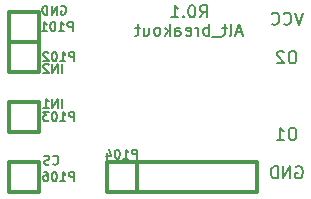
<source format=gbo>
G04 (created by PCBNEW (2013-07-07 BZR 4022)-stable) date 05/01/2015 10:26:05*
%MOIN*%
G04 Gerber Fmt 3.4, Leading zero omitted, Abs format*
%FSLAX34Y34*%
G01*
G70*
G90*
G04 APERTURE LIST*
%ADD10C,0.00590551*%
%ADD11C,0.005*%
%ADD12C,0.008*%
%ADD13C,0.0125*%
%ADD14C,0.012*%
%ADD15C,0.0075*%
G04 APERTURE END LIST*
G54D10*
G54D11*
X86450Y-61042D02*
X86464Y-61057D01*
X86507Y-61071D01*
X86535Y-61071D01*
X86578Y-61057D01*
X86607Y-61028D01*
X86621Y-61000D01*
X86635Y-60942D01*
X86635Y-60900D01*
X86621Y-60842D01*
X86607Y-60814D01*
X86578Y-60785D01*
X86535Y-60771D01*
X86507Y-60771D01*
X86464Y-60785D01*
X86450Y-60800D01*
X86335Y-61057D02*
X86292Y-61071D01*
X86221Y-61071D01*
X86192Y-61057D01*
X86178Y-61042D01*
X86164Y-61014D01*
X86164Y-60985D01*
X86178Y-60957D01*
X86192Y-60942D01*
X86221Y-60928D01*
X86278Y-60914D01*
X86307Y-60900D01*
X86321Y-60885D01*
X86335Y-60857D01*
X86335Y-60828D01*
X86321Y-60800D01*
X86307Y-60785D01*
X86278Y-60771D01*
X86207Y-60771D01*
X86164Y-60785D01*
X86728Y-55785D02*
X86757Y-55771D01*
X86800Y-55771D01*
X86842Y-55785D01*
X86871Y-55814D01*
X86885Y-55842D01*
X86900Y-55900D01*
X86900Y-55942D01*
X86885Y-56000D01*
X86871Y-56028D01*
X86842Y-56057D01*
X86800Y-56071D01*
X86771Y-56071D01*
X86728Y-56057D01*
X86714Y-56042D01*
X86714Y-55942D01*
X86771Y-55942D01*
X86585Y-56071D02*
X86585Y-55771D01*
X86414Y-56071D01*
X86414Y-55771D01*
X86271Y-56071D02*
X86271Y-55771D01*
X86200Y-55771D01*
X86157Y-55785D01*
X86128Y-55814D01*
X86114Y-55842D01*
X86100Y-55900D01*
X86100Y-55942D01*
X86114Y-56000D01*
X86128Y-56028D01*
X86157Y-56057D01*
X86200Y-56071D01*
X86271Y-56071D01*
X86749Y-59171D02*
X86749Y-58871D01*
X86607Y-59171D02*
X86607Y-58871D01*
X86435Y-59171D01*
X86435Y-58871D01*
X86135Y-59171D02*
X86307Y-59171D01*
X86221Y-59171D02*
X86221Y-58871D01*
X86249Y-58914D01*
X86278Y-58942D01*
X86307Y-58957D01*
X86749Y-58021D02*
X86749Y-57721D01*
X86607Y-58021D02*
X86607Y-57721D01*
X86435Y-58021D01*
X86435Y-57721D01*
X86307Y-57750D02*
X86292Y-57735D01*
X86264Y-57721D01*
X86192Y-57721D01*
X86164Y-57735D01*
X86149Y-57750D01*
X86135Y-57778D01*
X86135Y-57807D01*
X86149Y-57850D01*
X86321Y-58021D01*
X86135Y-58021D01*
X91352Y-56161D02*
X91485Y-55971D01*
X91580Y-56161D02*
X91580Y-55761D01*
X91428Y-55761D01*
X91390Y-55780D01*
X91371Y-55800D01*
X91352Y-55838D01*
X91352Y-55895D01*
X91371Y-55933D01*
X91390Y-55952D01*
X91428Y-55971D01*
X91580Y-55971D01*
X91104Y-55761D02*
X91066Y-55761D01*
X91028Y-55780D01*
X91009Y-55800D01*
X90990Y-55838D01*
X90971Y-55914D01*
X90971Y-56009D01*
X90990Y-56085D01*
X91009Y-56123D01*
X91028Y-56142D01*
X91066Y-56161D01*
X91104Y-56161D01*
X91142Y-56142D01*
X91161Y-56123D01*
X91180Y-56085D01*
X91200Y-56009D01*
X91200Y-55914D01*
X91180Y-55838D01*
X91161Y-55800D01*
X91142Y-55780D01*
X91104Y-55761D01*
X90800Y-56123D02*
X90780Y-56142D01*
X90800Y-56161D01*
X90819Y-56142D01*
X90800Y-56123D01*
X90800Y-56161D01*
X90400Y-56161D02*
X90628Y-56161D01*
X90514Y-56161D02*
X90514Y-55761D01*
X90552Y-55819D01*
X90590Y-55857D01*
X90628Y-55876D01*
X92761Y-56657D02*
X92571Y-56657D01*
X92799Y-56771D02*
X92666Y-56371D01*
X92533Y-56771D01*
X92342Y-56771D02*
X92380Y-56752D01*
X92399Y-56714D01*
X92399Y-56371D01*
X92247Y-56505D02*
X92095Y-56505D01*
X92190Y-56371D02*
X92190Y-56714D01*
X92171Y-56752D01*
X92133Y-56771D01*
X92095Y-56771D01*
X92057Y-56810D02*
X91752Y-56810D01*
X91657Y-56771D02*
X91657Y-56371D01*
X91657Y-56524D02*
X91619Y-56505D01*
X91542Y-56505D01*
X91504Y-56524D01*
X91485Y-56543D01*
X91466Y-56581D01*
X91466Y-56695D01*
X91485Y-56733D01*
X91504Y-56752D01*
X91542Y-56771D01*
X91619Y-56771D01*
X91657Y-56752D01*
X91295Y-56771D02*
X91295Y-56505D01*
X91295Y-56581D02*
X91276Y-56543D01*
X91257Y-56524D01*
X91219Y-56505D01*
X91180Y-56505D01*
X90895Y-56752D02*
X90933Y-56771D01*
X91009Y-56771D01*
X91047Y-56752D01*
X91066Y-56714D01*
X91066Y-56562D01*
X91047Y-56524D01*
X91009Y-56505D01*
X90933Y-56505D01*
X90895Y-56524D01*
X90876Y-56562D01*
X90876Y-56600D01*
X91066Y-56638D01*
X90533Y-56771D02*
X90533Y-56562D01*
X90552Y-56524D01*
X90590Y-56505D01*
X90666Y-56505D01*
X90704Y-56524D01*
X90533Y-56752D02*
X90571Y-56771D01*
X90666Y-56771D01*
X90704Y-56752D01*
X90723Y-56714D01*
X90723Y-56676D01*
X90704Y-56638D01*
X90666Y-56619D01*
X90571Y-56619D01*
X90533Y-56600D01*
X90342Y-56771D02*
X90342Y-56371D01*
X90304Y-56619D02*
X90190Y-56771D01*
X90190Y-56505D02*
X90342Y-56657D01*
X89961Y-56771D02*
X90000Y-56752D01*
X90019Y-56733D01*
X90038Y-56695D01*
X90038Y-56581D01*
X90019Y-56543D01*
X90000Y-56524D01*
X89961Y-56505D01*
X89904Y-56505D01*
X89866Y-56524D01*
X89847Y-56543D01*
X89828Y-56581D01*
X89828Y-56695D01*
X89847Y-56733D01*
X89866Y-56752D01*
X89904Y-56771D01*
X89961Y-56771D01*
X89485Y-56505D02*
X89485Y-56771D01*
X89657Y-56505D02*
X89657Y-56714D01*
X89638Y-56752D01*
X89600Y-56771D01*
X89542Y-56771D01*
X89504Y-56752D01*
X89485Y-56733D01*
X89352Y-56505D02*
X89200Y-56505D01*
X89295Y-56371D02*
X89295Y-56714D01*
X89276Y-56752D01*
X89238Y-56771D01*
X89200Y-56771D01*
G54D12*
X94783Y-56011D02*
X94649Y-56411D01*
X94516Y-56011D01*
X94154Y-56373D02*
X94173Y-56392D01*
X94230Y-56411D01*
X94269Y-56411D01*
X94326Y-56392D01*
X94364Y-56354D01*
X94383Y-56316D01*
X94402Y-56240D01*
X94402Y-56183D01*
X94383Y-56107D01*
X94364Y-56069D01*
X94326Y-56030D01*
X94269Y-56011D01*
X94230Y-56011D01*
X94173Y-56030D01*
X94154Y-56050D01*
X93754Y-56373D02*
X93773Y-56392D01*
X93830Y-56411D01*
X93869Y-56411D01*
X93926Y-56392D01*
X93964Y-56354D01*
X93983Y-56316D01*
X94002Y-56240D01*
X94002Y-56183D01*
X93983Y-56107D01*
X93964Y-56069D01*
X93926Y-56030D01*
X93869Y-56011D01*
X93830Y-56011D01*
X93773Y-56030D01*
X93754Y-56050D01*
X94478Y-57291D02*
X94402Y-57291D01*
X94364Y-57310D01*
X94326Y-57349D01*
X94307Y-57425D01*
X94307Y-57558D01*
X94326Y-57634D01*
X94364Y-57672D01*
X94402Y-57691D01*
X94478Y-57691D01*
X94516Y-57672D01*
X94554Y-57634D01*
X94573Y-57558D01*
X94573Y-57425D01*
X94554Y-57349D01*
X94516Y-57310D01*
X94478Y-57291D01*
X94154Y-57330D02*
X94135Y-57310D01*
X94097Y-57291D01*
X94002Y-57291D01*
X93964Y-57310D01*
X93945Y-57330D01*
X93926Y-57368D01*
X93926Y-57406D01*
X93945Y-57463D01*
X94173Y-57691D01*
X93926Y-57691D01*
X94478Y-59851D02*
X94402Y-59851D01*
X94364Y-59870D01*
X94326Y-59909D01*
X94307Y-59985D01*
X94307Y-60118D01*
X94326Y-60194D01*
X94364Y-60232D01*
X94402Y-60251D01*
X94478Y-60251D01*
X94516Y-60232D01*
X94554Y-60194D01*
X94573Y-60118D01*
X94573Y-59985D01*
X94554Y-59909D01*
X94516Y-59870D01*
X94478Y-59851D01*
X93926Y-60251D02*
X94154Y-60251D01*
X94040Y-60251D02*
X94040Y-59851D01*
X94078Y-59909D01*
X94116Y-59947D01*
X94154Y-59966D01*
X94554Y-61150D02*
X94592Y-61131D01*
X94650Y-61131D01*
X94707Y-61150D01*
X94745Y-61189D01*
X94764Y-61227D01*
X94783Y-61303D01*
X94783Y-61360D01*
X94764Y-61436D01*
X94745Y-61474D01*
X94707Y-61512D01*
X94650Y-61531D01*
X94611Y-61531D01*
X94554Y-61512D01*
X94535Y-61493D01*
X94535Y-61360D01*
X94611Y-61360D01*
X94364Y-61531D02*
X94364Y-61131D01*
X94135Y-61531D01*
X94135Y-61131D01*
X93945Y-61531D02*
X93945Y-61131D01*
X93849Y-61131D01*
X93792Y-61150D01*
X93754Y-61189D01*
X93735Y-61227D01*
X93716Y-61303D01*
X93716Y-61360D01*
X93735Y-61436D01*
X93754Y-61474D01*
X93792Y-61512D01*
X93849Y-61531D01*
X93945Y-61531D01*
G54D13*
X85000Y-59000D02*
X86000Y-59000D01*
X85000Y-60000D02*
X86000Y-60000D01*
G54D14*
X85000Y-59000D02*
X85000Y-60000D01*
X86000Y-60000D02*
X86000Y-59000D01*
G54D13*
X85000Y-61000D02*
X86000Y-61000D01*
X85000Y-62000D02*
X86000Y-62000D01*
G54D14*
X85000Y-61000D02*
X85000Y-62000D01*
X86000Y-62000D02*
X86000Y-61000D01*
G54D13*
X85000Y-56000D02*
X86000Y-56000D01*
X85000Y-57000D02*
X86000Y-57000D01*
G54D14*
X85000Y-56000D02*
X85000Y-57000D01*
X86000Y-57000D02*
X86000Y-56000D01*
G54D13*
X85000Y-57000D02*
X86000Y-57000D01*
X85000Y-58000D02*
X86000Y-58000D01*
G54D14*
X85000Y-57000D02*
X85000Y-58000D01*
X86000Y-58000D02*
X86000Y-57000D01*
X88250Y-61000D02*
X88250Y-62000D01*
X88250Y-62000D02*
X93250Y-62000D01*
X93250Y-62000D02*
X93250Y-61000D01*
X93250Y-61000D02*
X88250Y-61000D01*
X89250Y-61000D02*
X89250Y-62000D01*
G54D11*
X87157Y-59621D02*
X87157Y-59321D01*
X87042Y-59321D01*
X87014Y-59335D01*
X87000Y-59350D01*
X86985Y-59378D01*
X86985Y-59421D01*
X87000Y-59450D01*
X87014Y-59464D01*
X87042Y-59478D01*
X87157Y-59478D01*
X86700Y-59621D02*
X86871Y-59621D01*
X86785Y-59621D02*
X86785Y-59321D01*
X86814Y-59364D01*
X86842Y-59392D01*
X86871Y-59407D01*
X86514Y-59321D02*
X86485Y-59321D01*
X86457Y-59335D01*
X86442Y-59350D01*
X86428Y-59378D01*
X86414Y-59435D01*
X86414Y-59507D01*
X86428Y-59564D01*
X86442Y-59592D01*
X86457Y-59607D01*
X86485Y-59621D01*
X86514Y-59621D01*
X86542Y-59607D01*
X86557Y-59592D01*
X86571Y-59564D01*
X86585Y-59507D01*
X86585Y-59435D01*
X86571Y-59378D01*
X86557Y-59350D01*
X86542Y-59335D01*
X86514Y-59321D01*
X86314Y-59321D02*
X86128Y-59321D01*
X86228Y-59435D01*
X86185Y-59435D01*
X86157Y-59450D01*
X86142Y-59464D01*
X86128Y-59492D01*
X86128Y-59564D01*
X86142Y-59592D01*
X86157Y-59607D01*
X86185Y-59621D01*
X86271Y-59621D01*
X86300Y-59607D01*
X86314Y-59592D01*
X87157Y-61621D02*
X87157Y-61321D01*
X87042Y-61321D01*
X87014Y-61335D01*
X87000Y-61350D01*
X86985Y-61378D01*
X86985Y-61421D01*
X87000Y-61450D01*
X87014Y-61464D01*
X87042Y-61478D01*
X87157Y-61478D01*
X86700Y-61621D02*
X86871Y-61621D01*
X86785Y-61621D02*
X86785Y-61321D01*
X86814Y-61364D01*
X86842Y-61392D01*
X86871Y-61407D01*
X86514Y-61321D02*
X86485Y-61321D01*
X86457Y-61335D01*
X86442Y-61350D01*
X86428Y-61378D01*
X86414Y-61435D01*
X86414Y-61507D01*
X86428Y-61564D01*
X86442Y-61592D01*
X86457Y-61607D01*
X86485Y-61621D01*
X86514Y-61621D01*
X86542Y-61607D01*
X86557Y-61592D01*
X86571Y-61564D01*
X86585Y-61507D01*
X86585Y-61435D01*
X86571Y-61378D01*
X86557Y-61350D01*
X86542Y-61335D01*
X86514Y-61321D01*
X86157Y-61321D02*
X86214Y-61321D01*
X86242Y-61335D01*
X86257Y-61350D01*
X86285Y-61392D01*
X86300Y-61450D01*
X86300Y-61564D01*
X86285Y-61592D01*
X86271Y-61607D01*
X86242Y-61621D01*
X86185Y-61621D01*
X86157Y-61607D01*
X86142Y-61592D01*
X86128Y-61564D01*
X86128Y-61492D01*
X86142Y-61464D01*
X86157Y-61450D01*
X86185Y-61435D01*
X86242Y-61435D01*
X86271Y-61450D01*
X86285Y-61464D01*
X86300Y-61492D01*
X87107Y-56621D02*
X87107Y-56321D01*
X86992Y-56321D01*
X86964Y-56335D01*
X86950Y-56350D01*
X86935Y-56378D01*
X86935Y-56421D01*
X86950Y-56450D01*
X86964Y-56464D01*
X86992Y-56478D01*
X87107Y-56478D01*
X86650Y-56621D02*
X86821Y-56621D01*
X86735Y-56621D02*
X86735Y-56321D01*
X86764Y-56364D01*
X86792Y-56392D01*
X86821Y-56407D01*
X86464Y-56321D02*
X86435Y-56321D01*
X86407Y-56335D01*
X86392Y-56350D01*
X86378Y-56378D01*
X86364Y-56435D01*
X86364Y-56507D01*
X86378Y-56564D01*
X86392Y-56592D01*
X86407Y-56607D01*
X86435Y-56621D01*
X86464Y-56621D01*
X86492Y-56607D01*
X86507Y-56592D01*
X86521Y-56564D01*
X86535Y-56507D01*
X86535Y-56435D01*
X86521Y-56378D01*
X86507Y-56350D01*
X86492Y-56335D01*
X86464Y-56321D01*
X86078Y-56621D02*
X86250Y-56621D01*
X86164Y-56621D02*
X86164Y-56321D01*
X86192Y-56364D01*
X86221Y-56392D01*
X86250Y-56407D01*
X87157Y-57621D02*
X87157Y-57321D01*
X87042Y-57321D01*
X87014Y-57335D01*
X87000Y-57350D01*
X86985Y-57378D01*
X86985Y-57421D01*
X87000Y-57450D01*
X87014Y-57464D01*
X87042Y-57478D01*
X87157Y-57478D01*
X86700Y-57621D02*
X86871Y-57621D01*
X86785Y-57621D02*
X86785Y-57321D01*
X86814Y-57364D01*
X86842Y-57392D01*
X86871Y-57407D01*
X86514Y-57321D02*
X86485Y-57321D01*
X86457Y-57335D01*
X86442Y-57350D01*
X86428Y-57378D01*
X86414Y-57435D01*
X86414Y-57507D01*
X86428Y-57564D01*
X86442Y-57592D01*
X86457Y-57607D01*
X86485Y-57621D01*
X86514Y-57621D01*
X86542Y-57607D01*
X86557Y-57592D01*
X86571Y-57564D01*
X86585Y-57507D01*
X86585Y-57435D01*
X86571Y-57378D01*
X86557Y-57350D01*
X86542Y-57335D01*
X86514Y-57321D01*
X86300Y-57350D02*
X86285Y-57335D01*
X86257Y-57321D01*
X86185Y-57321D01*
X86157Y-57335D01*
X86142Y-57350D01*
X86128Y-57378D01*
X86128Y-57407D01*
X86142Y-57450D01*
X86314Y-57621D01*
X86128Y-57621D01*
G54D15*
X89257Y-60871D02*
X89257Y-60571D01*
X89142Y-60571D01*
X89114Y-60585D01*
X89100Y-60600D01*
X89085Y-60628D01*
X89085Y-60671D01*
X89100Y-60700D01*
X89114Y-60714D01*
X89142Y-60728D01*
X89257Y-60728D01*
X88800Y-60871D02*
X88971Y-60871D01*
X88885Y-60871D02*
X88885Y-60571D01*
X88914Y-60614D01*
X88942Y-60642D01*
X88971Y-60657D01*
X88614Y-60571D02*
X88585Y-60571D01*
X88557Y-60585D01*
X88542Y-60600D01*
X88528Y-60628D01*
X88514Y-60685D01*
X88514Y-60757D01*
X88528Y-60814D01*
X88542Y-60842D01*
X88557Y-60857D01*
X88585Y-60871D01*
X88614Y-60871D01*
X88642Y-60857D01*
X88657Y-60842D01*
X88671Y-60814D01*
X88685Y-60757D01*
X88685Y-60685D01*
X88671Y-60628D01*
X88657Y-60600D01*
X88642Y-60585D01*
X88614Y-60571D01*
X88257Y-60671D02*
X88257Y-60871D01*
X88328Y-60557D02*
X88400Y-60771D01*
X88214Y-60771D01*
M02*

</source>
